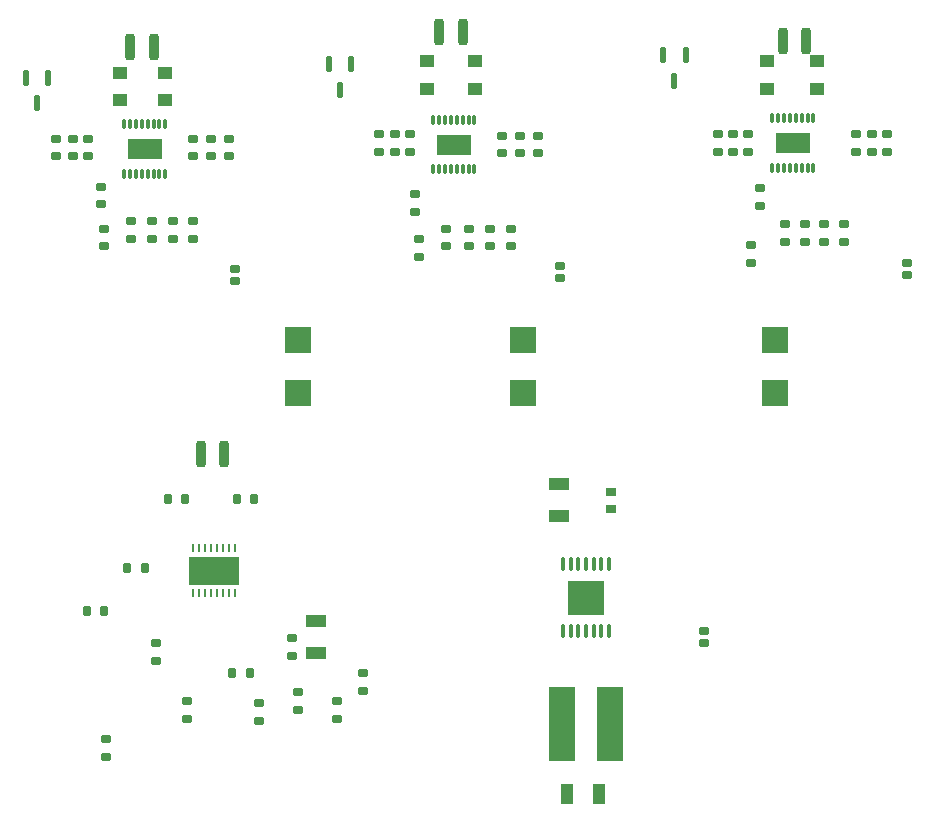
<source format=gtp>
%FSAX25Y25*%
%MOIN*%
G70*
G01*
G75*
G04 Layer_Color=8421504*
%ADD10R,0.05118X0.03937*%
G04:AMPARAMS|DCode=11|XSize=23.62mil|YSize=35.43mil|CornerRadius=5.91mil|HoleSize=0mil|Usage=FLASHONLY|Rotation=270.000|XOffset=0mil|YOffset=0mil|HoleType=Round|Shape=RoundedRectangle|*
%AMROUNDEDRECTD11*
21,1,0.02362,0.02362,0,0,270.0*
21,1,0.01181,0.03543,0,0,270.0*
1,1,0.01181,-0.01181,-0.00591*
1,1,0.01181,-0.01181,0.00591*
1,1,0.01181,0.01181,0.00591*
1,1,0.01181,0.01181,-0.00591*
%
%ADD11ROUNDEDRECTD11*%
%ADD12R,0.09055X0.09055*%
%ADD13R,0.00984X0.02756*%
%ADD14R,0.17087X0.09606*%
G04:AMPARAMS|DCode=15|XSize=23.62mil|YSize=35.43mil|CornerRadius=5.91mil|HoleSize=0mil|Usage=FLASHONLY|Rotation=0.000|XOffset=0mil|YOffset=0mil|HoleType=Round|Shape=RoundedRectangle|*
%AMROUNDEDRECTD15*
21,1,0.02362,0.02362,0,0,0.0*
21,1,0.01181,0.03543,0,0,0.0*
1,1,0.01181,0.00591,-0.01181*
1,1,0.01181,-0.00591,-0.01181*
1,1,0.01181,-0.00591,0.01181*
1,1,0.01181,0.00591,0.01181*
%
%ADD15ROUNDEDRECTD15*%
%ADD16O,0.02165X0.05709*%
%ADD17O,0.02165X0.05709*%
%ADD18O,0.01181X0.03500*%
%ADD19R,0.11201X0.06500*%
%ADD20R,0.04331X0.06693*%
%ADD21R,0.06693X0.04331*%
%ADD22O,0.01378X0.05315*%
%ADD23R,0.12205X0.11811*%
G04:AMPARAMS|DCode=24|XSize=31.5mil|YSize=86.61mil|CornerRadius=7.87mil|HoleSize=0mil|Usage=FLASHONLY|Rotation=180.000|XOffset=0mil|YOffset=0mil|HoleType=Round|Shape=RoundedRectangle|*
%AMROUNDEDRECTD24*
21,1,0.03150,0.07087,0,0,180.0*
21,1,0.01575,0.08661,0,0,180.0*
1,1,0.01575,-0.00787,0.03543*
1,1,0.01575,0.00787,0.03543*
1,1,0.01575,0.00787,-0.03543*
1,1,0.01575,-0.00787,-0.03543*
%
%ADD24ROUNDEDRECTD24*%
%ADD25R,0.08661X0.24803*%
%ADD26R,0.03543X0.03150*%
%ADD27C,0.01181*%
%ADD28C,0.01260*%
%ADD29C,0.02756*%
%ADD30C,0.01024*%
%ADD31C,0.03150*%
%ADD32C,0.01969*%
%ADD33C,0.03937*%
%ADD34C,0.01102*%
%ADD35C,0.00984*%
%ADD36C,0.00906*%
%ADD37C,0.02362*%
%ADD38C,0.01000*%
%ADD39C,0.01575*%
%ADD40C,0.00866*%
%ADD41C,0.03543*%
%ADD42C,0.01299*%
%ADD43C,0.01063*%
%ADD44C,0.06000*%
%ADD45R,0.05906X0.05906*%
%ADD46C,0.05906*%
%ADD47C,0.23622*%
%ADD48C,0.38976*%
%ADD49C,0.01969*%
%ADD50C,0.01575*%
D10*
X0397900Y0416732D02*
D03*
Y0425787D02*
D03*
X0381400Y0416732D02*
D03*
Y0425787D02*
D03*
X0283900Y0416732D02*
D03*
Y0425787D02*
D03*
X0268000Y0416732D02*
D03*
Y0425787D02*
D03*
X0180700Y0412795D02*
D03*
Y0421850D02*
D03*
X0165700Y0412795D02*
D03*
Y0421850D02*
D03*
D11*
X0427900Y0354533D02*
D03*
Y0358667D02*
D03*
X0312400Y0353533D02*
D03*
Y0357667D02*
D03*
X0203869Y0352533D02*
D03*
Y0356667D02*
D03*
X0222968Y0233453D02*
D03*
Y0227547D02*
D03*
X0224968Y0215453D02*
D03*
Y0209547D02*
D03*
X0211968Y0206047D02*
D03*
Y0211953D02*
D03*
X0246468Y0216047D02*
D03*
Y0221953D02*
D03*
X0237968Y0206547D02*
D03*
Y0212453D02*
D03*
X0177468Y0231953D02*
D03*
Y0226047D02*
D03*
X0161000Y0199953D02*
D03*
Y0194047D02*
D03*
X0187968Y0206547D02*
D03*
Y0212453D02*
D03*
X0160400Y0364147D02*
D03*
Y0370053D02*
D03*
X0375900Y0358647D02*
D03*
Y0364553D02*
D03*
X0406900Y0365647D02*
D03*
Y0371553D02*
D03*
X0421400Y0401553D02*
D03*
Y0395647D02*
D03*
X0410900Y0401553D02*
D03*
Y0395647D02*
D03*
X0374900Y0401620D02*
D03*
Y0395714D02*
D03*
X0364900Y0401553D02*
D03*
Y0395647D02*
D03*
X0400400Y0371553D02*
D03*
Y0365647D02*
D03*
X0387400D02*
D03*
Y0371553D02*
D03*
X0416400Y0401553D02*
D03*
Y0395647D02*
D03*
X0369900Y0401553D02*
D03*
Y0395647D02*
D03*
X0393900Y0365647D02*
D03*
Y0371553D02*
D03*
X0378900Y0383553D02*
D03*
Y0377647D02*
D03*
X0265431Y0360647D02*
D03*
Y0366553D02*
D03*
X0288900Y0364147D02*
D03*
Y0370053D02*
D03*
X0304900Y0401053D02*
D03*
Y0395147D02*
D03*
X0292900Y0401053D02*
D03*
Y0395147D02*
D03*
X0262400Y0401506D02*
D03*
Y0395600D02*
D03*
X0251900Y0401506D02*
D03*
Y0395600D02*
D03*
X0295900Y0370053D02*
D03*
Y0364147D02*
D03*
X0274400D02*
D03*
Y0370053D02*
D03*
X0298900Y0401053D02*
D03*
Y0395147D02*
D03*
X0257400Y0401506D02*
D03*
Y0395600D02*
D03*
X0281900Y0364147D02*
D03*
Y0370053D02*
D03*
X0263900Y0381553D02*
D03*
Y0375647D02*
D03*
X0183368Y0366647D02*
D03*
Y0372553D02*
D03*
X0201868Y0400053D02*
D03*
Y0394147D02*
D03*
X0189869Y0400100D02*
D03*
Y0394194D02*
D03*
X0154868Y0400053D02*
D03*
Y0394147D02*
D03*
X0144368Y0400053D02*
D03*
Y0394147D02*
D03*
X0195868Y0400053D02*
D03*
Y0394147D02*
D03*
X0149868Y0400053D02*
D03*
Y0394147D02*
D03*
X0176368Y0366647D02*
D03*
Y0372553D02*
D03*
X0159369Y0384100D02*
D03*
Y0378194D02*
D03*
X0169368Y0366647D02*
D03*
Y0372553D02*
D03*
X0189868D02*
D03*
Y0366647D02*
D03*
X0360437Y0231933D02*
D03*
Y0236067D02*
D03*
D12*
X0224900Y0332958D02*
D03*
Y0315242D02*
D03*
X0299900D02*
D03*
Y0332958D02*
D03*
X0383900Y0315242D02*
D03*
Y0332958D02*
D03*
D13*
X0190110Y0248520D02*
D03*
X0192079D02*
D03*
X0194047D02*
D03*
X0196016D02*
D03*
X0197984D02*
D03*
X0199953D02*
D03*
X0201921D02*
D03*
X0203890D02*
D03*
X0190110Y0263480D02*
D03*
X0192079D02*
D03*
X0194047D02*
D03*
X0196016D02*
D03*
X0197984D02*
D03*
X0199953D02*
D03*
X0201921D02*
D03*
X0203890D02*
D03*
D14*
X0197000Y0256000D02*
D03*
D15*
X0187421Y0280000D02*
D03*
X0181516D02*
D03*
X0210421D02*
D03*
X0204516D02*
D03*
X0203016Y0222000D02*
D03*
X0208921D02*
D03*
X0160421Y0242500D02*
D03*
X0154516D02*
D03*
X0168016Y0257000D02*
D03*
X0173921D02*
D03*
D16*
X0350400Y0419368D02*
D03*
X0346660Y0427832D02*
D03*
X0238900Y0416368D02*
D03*
X0235160Y0424832D02*
D03*
X0134128Y0420332D02*
D03*
X0137869Y0411868D02*
D03*
D17*
X0354140Y0427832D02*
D03*
X0242640Y0424832D02*
D03*
X0141609Y0420332D02*
D03*
D18*
X0388916Y0390305D02*
D03*
X0386947D02*
D03*
X0384979D02*
D03*
X0383010D02*
D03*
X0390884D02*
D03*
X0392853D02*
D03*
X0394821D02*
D03*
X0396790D02*
D03*
Y0406895D02*
D03*
X0394821D02*
D03*
X0392853D02*
D03*
X0390884D02*
D03*
X0383010D02*
D03*
X0384979D02*
D03*
X0386947D02*
D03*
X0388916D02*
D03*
X0275916Y0389805D02*
D03*
X0273947D02*
D03*
X0271979D02*
D03*
X0270010D02*
D03*
X0277884D02*
D03*
X0279853D02*
D03*
X0281821D02*
D03*
X0283790D02*
D03*
Y0406395D02*
D03*
X0281821D02*
D03*
X0279853D02*
D03*
X0277884D02*
D03*
X0270010D02*
D03*
X0271979D02*
D03*
X0273947D02*
D03*
X0275916D02*
D03*
X0172884Y0388305D02*
D03*
X0170916D02*
D03*
X0168947D02*
D03*
X0166979D02*
D03*
X0174853D02*
D03*
X0176821D02*
D03*
X0178790D02*
D03*
X0180758D02*
D03*
Y0404895D02*
D03*
X0178790D02*
D03*
X0176821D02*
D03*
X0174853D02*
D03*
X0166979D02*
D03*
X0168947D02*
D03*
X0170916D02*
D03*
X0172884D02*
D03*
D19*
X0389900Y0398600D02*
D03*
X0276900Y0398100D02*
D03*
X0173869Y0396600D02*
D03*
D20*
X0325252Y0181500D02*
D03*
X0314622D02*
D03*
D21*
X0312000Y0284815D02*
D03*
Y0274185D02*
D03*
X0231000Y0228685D02*
D03*
Y0239315D02*
D03*
D22*
X0313323Y0235941D02*
D03*
X0315882D02*
D03*
X0318441D02*
D03*
X0321000D02*
D03*
X0323559D02*
D03*
X0326118D02*
D03*
X0328677D02*
D03*
X0313323Y0258185D02*
D03*
X0315882D02*
D03*
X0318441D02*
D03*
X0321000D02*
D03*
X0323559D02*
D03*
X0326118D02*
D03*
X0328677D02*
D03*
D23*
X0321000Y0247063D02*
D03*
D24*
X0200406Y0295000D02*
D03*
X0192531D02*
D03*
X0386463Y0432600D02*
D03*
X0394337D02*
D03*
X0272063Y0435500D02*
D03*
X0279937D02*
D03*
X0168931Y0430600D02*
D03*
X0176806D02*
D03*
D25*
X0329008Y0205000D02*
D03*
X0312866D02*
D03*
D26*
X0329437Y0282256D02*
D03*
Y0276744D02*
D03*
M02*

</source>
